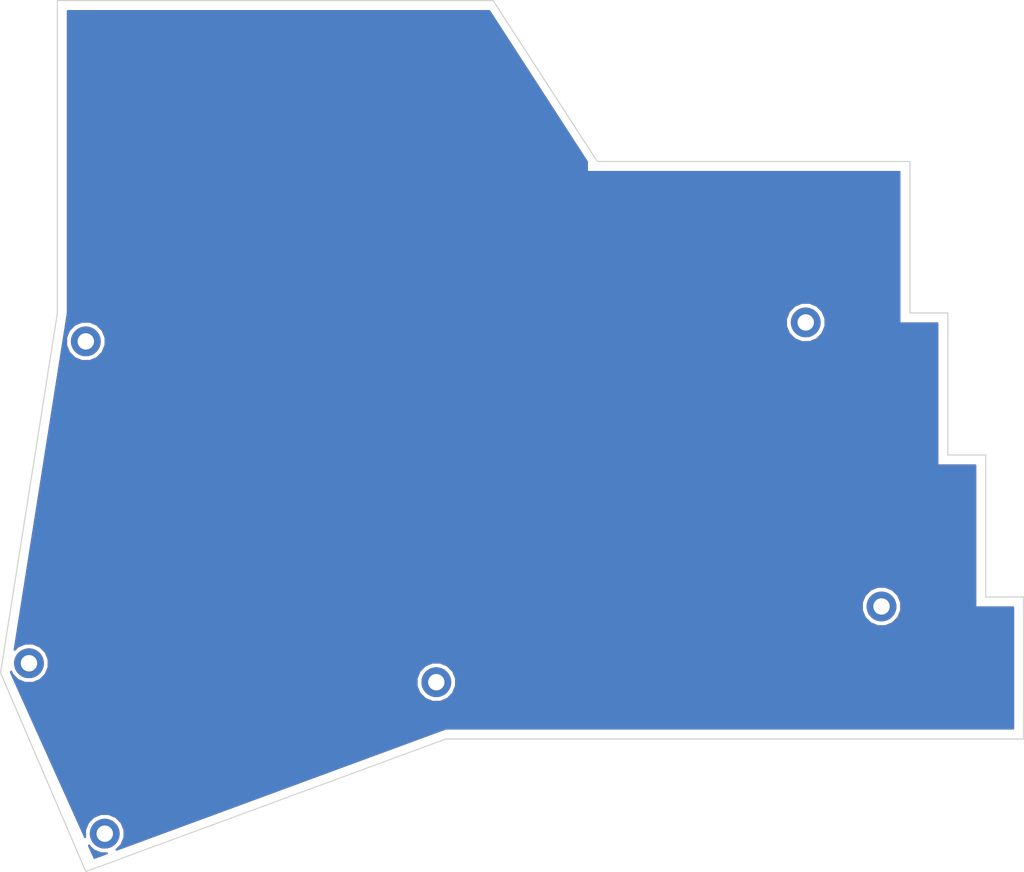
<source format=kicad_pcb>
(kicad_pcb (version 20171130) (host pcbnew "(5.0.2)-1")

  (general
    (thickness 1.6)
    (drawings 19)
    (tracks 0)
    (zones 0)
    (modules 6)
    (nets 1)
  )

  (page A4)
  (layers
    (0 F.Cu signal)
    (31 B.Cu signal)
    (32 B.Adhes user)
    (33 F.Adhes user)
    (34 B.Paste user)
    (35 F.Paste user)
    (36 B.SilkS user)
    (37 F.SilkS user)
    (38 B.Mask user)
    (39 F.Mask user)
    (40 Dwgs.User user)
    (41 Cmts.User user)
    (42 Eco1.User user)
    (43 Eco2.User user)
    (44 Edge.Cuts user)
    (45 Margin user)
    (46 B.CrtYd user)
    (47 F.CrtYd user)
    (48 B.Fab user)
    (49 F.Fab user)
  )

  (setup
    (last_trace_width 0.25)
    (trace_clearance 0.2)
    (zone_clearance 0.508)
    (zone_45_only no)
    (trace_min 0.2)
    (segment_width 0.2)
    (edge_width 0.15)
    (via_size 0.6)
    (via_drill 0.4)
    (via_min_size 0.4)
    (via_min_drill 0.3)
    (uvia_size 0.3)
    (uvia_drill 0.1)
    (uvias_allowed no)
    (uvia_min_size 0.2)
    (uvia_min_drill 0.1)
    (pcb_text_width 0.3)
    (pcb_text_size 1.5 1.5)
    (mod_edge_width 0.15)
    (mod_text_size 1 1)
    (mod_text_width 0.15)
    (pad_size 1.7526 1.7526)
    (pad_drill 1.0922)
    (pad_to_mask_clearance 0.051)
    (solder_mask_min_width 0.25)
    (aux_axis_origin 0 0)
    (visible_elements 7FFFFFFF)
    (pcbplotparams
      (layerselection 0x010fc_ffffffff)
      (usegerberextensions false)
      (usegerberattributes false)
      (usegerberadvancedattributes false)
      (creategerberjobfile false)
      (excludeedgelayer true)
      (linewidth 0.100000)
      (plotframeref false)
      (viasonmask false)
      (mode 1)
      (useauxorigin false)
      (hpglpennumber 1)
      (hpglpenspeed 20)
      (hpglpendiameter 15.000000)
      (psnegative false)
      (psa4output false)
      (plotreference true)
      (plotvalue true)
      (plotinvisibletext false)
      (padsonsilk false)
      (subtractmaskfromsilk false)
      (outputformat 1)
      (mirror false)
      (drillshape 1)
      (scaleselection 1)
      (outputdirectory ""))
  )

  (net 0 "")

  (net_class Default "これはデフォルトのネット クラスです。"
    (clearance 0.2)
    (trace_width 0.25)
    (via_dia 0.6)
    (via_drill 0.4)
    (uvia_dia 0.3)
    (uvia_drill 0.1)
  )

  (module keyboard_parts:LEGO_HOLE-pr (layer F.Cu) (tedit 5B7FEEB5) (tstamp 5C420C62)
    (at 196.85 86.36)
    (descr "Mounting Hole 2.2mm, no annular, M2")
    (tags "mounting hole 2.2mm no annular m2")
    (attr virtual)
    (fp_text reference "" (at 0 -3.2) (layer F.SilkS)
      (effects (font (size 1 1) (thickness 0.15)))
    )
    (fp_text value "" (at 0 3.2) (layer F.Fab)
      (effects (font (size 1 1) (thickness 0.15)))
    )
    (fp_circle (center 0 0) (end 2.45 0) (layer F.CrtYd) (width 0.05))
    (fp_circle (center 0 0) (end 2.2 0) (layer Cmts.User) (width 0.15))
    (fp_text user %R (at 0.3 0) (layer F.Fab)
      (effects (font (size 1 1) (thickness 0.15)))
    )
    (pad "" thru_hole circle (at 0 0) (size 4 4) (drill 2.2) (layers *.Cu *.Mask))
  )

  (module keyboard_parts:LEGO_HOLE-pr (layer F.Cu) (tedit 5B7FEEB5) (tstamp 5C420C71)
    (at 100.33 88.9)
    (descr "Mounting Hole 2.2mm, no annular, M2")
    (tags "mounting hole 2.2mm no annular m2")
    (attr virtual)
    (fp_text reference "" (at 0 -3.2) (layer F.SilkS)
      (effects (font (size 1 1) (thickness 0.15)))
    )
    (fp_text value "" (at 0 3.2) (layer F.Fab)
      (effects (font (size 1 1) (thickness 0.15)))
    )
    (fp_circle (center 0 0) (end 2.45 0) (layer F.CrtYd) (width 0.05))
    (fp_circle (center 0 0) (end 2.2 0) (layer Cmts.User) (width 0.15))
    (fp_text user %R (at 0.3 0) (layer F.Fab)
      (effects (font (size 1 1) (thickness 0.15)))
    )
    (pad "" thru_hole circle (at 0 0) (size 4 4) (drill 2.2) (layers *.Cu *.Mask))
  )

  (module keyboard_parts:LEGO_HOLE-pr (layer F.Cu) (tedit 5B7FEEB5) (tstamp 5C420C80)
    (at 92.71 132.08)
    (descr "Mounting Hole 2.2mm, no annular, M2")
    (tags "mounting hole 2.2mm no annular m2")
    (attr virtual)
    (fp_text reference "" (at 0 -3.2) (layer F.SilkS)
      (effects (font (size 1 1) (thickness 0.15)))
    )
    (fp_text value "" (at 0 3.2) (layer F.Fab)
      (effects (font (size 1 1) (thickness 0.15)))
    )
    (fp_circle (center 0 0) (end 2.45 0) (layer F.CrtYd) (width 0.05))
    (fp_circle (center 0 0) (end 2.2 0) (layer Cmts.User) (width 0.15))
    (fp_text user %R (at 0.3 0) (layer F.Fab)
      (effects (font (size 1 1) (thickness 0.15)))
    )
    (pad "" thru_hole circle (at 0 0) (size 4 4) (drill 2.2) (layers *.Cu *.Mask))
  )

  (module keyboard_parts:LEGO_HOLE-pr (layer F.Cu) (tedit 5B7FEEB5) (tstamp 5C420C8F)
    (at 102.87 154.94)
    (descr "Mounting Hole 2.2mm, no annular, M2")
    (tags "mounting hole 2.2mm no annular m2")
    (attr virtual)
    (fp_text reference "" (at 0 -3.2) (layer F.SilkS)
      (effects (font (size 1 1) (thickness 0.15)))
    )
    (fp_text value "" (at 0 3.2) (layer F.Fab)
      (effects (font (size 1 1) (thickness 0.15)))
    )
    (fp_circle (center 0 0) (end 2.45 0) (layer F.CrtYd) (width 0.05))
    (fp_circle (center 0 0) (end 2.2 0) (layer Cmts.User) (width 0.15))
    (fp_text user %R (at 0.3 0) (layer F.Fab)
      (effects (font (size 1 1) (thickness 0.15)))
    )
    (pad "" thru_hole circle (at 0 0) (size 4 4) (drill 2.2) (layers *.Cu *.Mask))
  )

  (module keyboard_parts:LEGO_HOLE-pr (layer F.Cu) (tedit 5B7FEEB5) (tstamp 5C420C9E)
    (at 147.32 134.62)
    (descr "Mounting Hole 2.2mm, no annular, M2")
    (tags "mounting hole 2.2mm no annular m2")
    (attr virtual)
    (fp_text reference "" (at 0 -3.2) (layer F.SilkS)
      (effects (font (size 1 1) (thickness 0.15)))
    )
    (fp_text value "" (at 0 3.2) (layer F.Fab)
      (effects (font (size 1 1) (thickness 0.15)))
    )
    (fp_circle (center 0 0) (end 2.45 0) (layer F.CrtYd) (width 0.05))
    (fp_circle (center 0 0) (end 2.2 0) (layer Cmts.User) (width 0.15))
    (fp_text user %R (at 0.3 0) (layer F.Fab)
      (effects (font (size 1 1) (thickness 0.15)))
    )
    (pad "" thru_hole circle (at 0 0) (size 4 4) (drill 2.2) (layers *.Cu *.Mask))
  )

  (module keyboard_parts:LEGO_HOLE-pr (layer F.Cu) (tedit 5B7FEEB5) (tstamp 5C420CAD)
    (at 207.01 124.46)
    (descr "Mounting Hole 2.2mm, no annular, M2")
    (tags "mounting hole 2.2mm no annular m2")
    (attr virtual)
    (fp_text reference "" (at 0 -3.2) (layer F.SilkS)
      (effects (font (size 1 1) (thickness 0.15)))
    )
    (fp_text value "" (at 0 3.2) (layer F.Fab)
      (effects (font (size 1 1) (thickness 0.15)))
    )
    (fp_circle (center 0 0) (end 2.45 0) (layer F.CrtYd) (width 0.05))
    (fp_circle (center 0 0) (end 2.2 0) (layer Cmts.User) (width 0.15))
    (fp_text user %R (at 0.3 0) (layer F.Fab)
      (effects (font (size 1 1) (thickness 0.15)))
    )
    (pad "" thru_hole circle (at 0 0) (size 4 4) (drill 2.2) (layers *.Cu *.Mask))
  )

  (gr_line (start 154.94 43.18) (end 168.91 64.77) (layer Edge.Cuts) (width 0.15))
  (gr_line (start 96.52 43.18) (end 154.94 43.18) (layer Edge.Cuts) (width 0.15))
  (gr_line (start 96.52 44.45) (end 96.52 43.18) (layer Edge.Cuts) (width 0.15))
  (gr_line (start 210.82 64.77) (end 168.91 64.77) (layer Edge.Cuts) (width 0.15))
  (gr_line (start 210.82 66.04) (end 210.82 64.77) (layer Edge.Cuts) (width 0.15))
  (gr_line (start 148.59 142.24) (end 100.33 160.02) (layer Edge.Cuts) (width 0.15))
  (gr_line (start 226.06 142.24) (end 148.59 142.24) (layer Edge.Cuts) (width 0.15))
  (gr_line (start 226.06 140.97) (end 226.06 142.24) (layer Edge.Cuts) (width 0.15))
  (gr_line (start 100.33 160.02) (end 88.9 133.35) (layer Edge.Cuts) (width 0.15))
  (gr_line (start 226.06 123.19) (end 226.06 140.97) (layer Edge.Cuts) (width 0.15))
  (gr_line (start 220.98 123.19) (end 226.06 123.19) (layer Edge.Cuts) (width 0.15))
  (gr_line (start 220.98 104.14) (end 220.98 123.19) (layer Edge.Cuts) (width 0.15))
  (gr_line (start 215.9 104.14) (end 220.98 104.14) (layer Edge.Cuts) (width 0.15))
  (gr_line (start 215.9 102.87) (end 215.9 104.14) (layer Edge.Cuts) (width 0.15))
  (gr_line (start 215.9 85.09) (end 215.9 102.87) (layer Edge.Cuts) (width 0.15))
  (gr_line (start 210.82 85.09) (end 215.9 85.09) (layer Edge.Cuts) (width 0.15))
  (gr_line (start 210.82 66.04) (end 210.82 85.09) (layer Edge.Cuts) (width 0.15))
  (gr_line (start 96.52 85.09) (end 96.52 44.45) (layer Edge.Cuts) (width 0.15))
  (gr_line (start 88.9 133.35) (end 96.52 85.09) (layer Edge.Cuts) (width 0.15))

  (zone (net 0) (net_name "") (layers F&B.Cu) (tstamp 0) (hatch full 0.508)
    (connect_pads (clearance 0.508))
    (min_thickness 0.254)
    (keepout (tracks not_allowed) (vias not_allowed) (copperpour not_allowed))
    (fill (arc_segments 16) (thermal_gap 0.508) (thermal_bridge_width 0.508))
    (polygon
      (pts
        (xy 226.06 142.24) (xy 226.06 140.97) (xy 148.59 140.97) (xy 148.59 142.24) (xy 149.86 142.24)
      )
    )
  )
  (zone (net 0) (net_name "") (layers F&B.Cu) (tstamp 0) (hatch edge 0.508)
    (connect_pads (clearance 0.508))
    (min_thickness 0.254)
    (keepout (tracks not_allowed) (vias not_allowed) (copperpour not_allowed))
    (fill (arc_segments 16) (thermal_gap 0.508) (thermal_bridge_width 0.508))
    (polygon
      (pts
        (xy 224.79 140.97) (xy 226.06 140.97) (xy 226.06 123.19) (xy 224.79 123.19)
      )
    )
  )
  (zone (net 0) (net_name "") (layers F&B.Cu) (tstamp 0) (hatch edge 0.508)
    (connect_pads (clearance 0.508))
    (min_thickness 0.254)
    (keepout (tracks not_allowed) (vias not_allowed) (copperpour not_allowed))
    (fill (arc_segments 16) (thermal_gap 0.508) (thermal_bridge_width 0.508))
    (polygon
      (pts
        (xy 226.06 123.19) (xy 226.06 124.46) (xy 219.71 124.46) (xy 219.71 123.19)
      )
    )
  )
  (zone (net 0) (net_name "") (layers F&B.Cu) (tstamp 0) (hatch edge 0.508)
    (connect_pads (clearance 0.508))
    (min_thickness 0.254)
    (keepout (tracks not_allowed) (vias not_allowed) (copperpour not_allowed))
    (fill (arc_segments 16) (thermal_gap 0.508) (thermal_bridge_width 0.508))
    (polygon
      (pts
        (xy 219.71 123.19) (xy 219.71 104.14) (xy 220.98 104.14) (xy 220.98 123.19)
      )
    )
  )
  (zone (net 0) (net_name "") (layers F&B.Cu) (tstamp 0) (hatch edge 0.508)
    (connect_pads (clearance 0.508))
    (min_thickness 0.254)
    (keepout (tracks not_allowed) (vias not_allowed) (copperpour not_allowed))
    (fill (arc_segments 16) (thermal_gap 0.508) (thermal_bridge_width 0.508))
    (polygon
      (pts
        (xy 220.98 104.14) (xy 220.98 105.41) (xy 214.63 105.41) (xy 214.63 104.14)
      )
    )
  )
  (zone (net 0) (net_name "") (layers F&B.Cu) (tstamp 0) (hatch edge 0.508)
    (connect_pads (clearance 0.508))
    (min_thickness 0.254)
    (keepout (tracks not_allowed) (vias not_allowed) (copperpour not_allowed))
    (fill (arc_segments 16) (thermal_gap 0.508) (thermal_bridge_width 0.508))
    (polygon
      (pts
        (xy 214.63 104.14) (xy 215.9 104.14) (xy 215.9 85.09) (xy 214.63 85.09)
      )
    )
  )
  (zone (net 0) (net_name "") (layers F&B.Cu) (tstamp 0) (hatch edge 0.508)
    (connect_pads (clearance 0.508))
    (min_thickness 0.254)
    (keepout (tracks not_allowed) (vias not_allowed) (copperpour not_allowed))
    (fill (arc_segments 16) (thermal_gap 0.508) (thermal_bridge_width 0.508))
    (polygon
      (pts
        (xy 215.9 86.36) (xy 209.55 86.36) (xy 209.55 85.09) (xy 215.9 85.09)
      )
    )
  )
  (zone (net 0) (net_name "") (layers F&B.Cu) (tstamp 0) (hatch edge 0.508)
    (connect_pads (clearance 0.508))
    (min_thickness 0.254)
    (keepout (tracks not_allowed) (vias not_allowed) (copperpour not_allowed))
    (fill (arc_segments 16) (thermal_gap 0.508) (thermal_bridge_width 0.508))
    (polygon
      (pts
        (xy 209.55 85.09) (xy 210.82 85.09) (xy 210.82 66.04) (xy 209.55 66.04)
      )
    )
  )
  (zone (net 0) (net_name "") (layers F&B.Cu) (tstamp 0) (hatch edge 0.508)
    (connect_pads (clearance 0.508))
    (min_thickness 0.254)
    (keepout (tracks not_allowed) (vias not_allowed) (copperpour not_allowed))
    (fill (arc_segments 16) (thermal_gap 0.508) (thermal_bridge_width 0.508))
    (polygon
      (pts
        (xy 210.82 64.77) (xy 210.82 66.04) (xy 167.64 66.04) (xy 167.64 64.77)
      )
    )
  )
  (zone (net 0) (net_name "") (layers F&B.Cu) (tstamp 0) (hatch edge 0.508)
    (connect_pads (clearance 0.508))
    (min_thickness 0.254)
    (keepout (tracks not_allowed) (vias not_allowed) (copperpour not_allowed))
    (fill (arc_segments 16) (thermal_gap 0.508) (thermal_bridge_width 0.508))
    (polygon
      (pts
        (xy 168.91 64.77) (xy 167.64 64.77) (xy 153.67 43.18) (xy 154.94 43.18)
      )
    )
  )
  (zone (net 0) (net_name "") (layers F&B.Cu) (tstamp 0) (hatch edge 0.508)
    (connect_pads (clearance 0.508))
    (min_thickness 0.254)
    (keepout (tracks not_allowed) (vias not_allowed) (copperpour not_allowed))
    (fill (arc_segments 16) (thermal_gap 0.508) (thermal_bridge_width 0.508))
    (polygon
      (pts
        (xy 154.94 43.18) (xy 154.94 44.45) (xy 96.52 44.45) (xy 96.52 43.18)
      )
    )
  )
  (zone (net 0) (net_name "") (layers F&B.Cu) (tstamp 0) (hatch edge 0.508)
    (connect_pads (clearance 0.508))
    (min_thickness 0.254)
    (keepout (tracks not_allowed) (vias not_allowed) (copperpour not_allowed))
    (fill (arc_segments 16) (thermal_gap 0.508) (thermal_bridge_width 0.508))
    (polygon
      (pts
        (xy 96.52 43.18) (xy 97.79 43.18) (xy 97.79 85.09) (xy 96.52 85.09)
      )
    )
  )
  (zone (net 0) (net_name "") (layers F&B.Cu) (tstamp 0) (hatch edge 0.508)
    (connect_pads (clearance 0.508))
    (min_thickness 0.254)
    (keepout (tracks not_allowed) (vias not_allowed) (copperpour not_allowed))
    (fill (arc_segments 16) (thermal_gap 0.508) (thermal_bridge_width 0.508))
    (polygon
      (pts
        (xy 96.52 85.09) (xy 97.79 85.09) (xy 90.17 133.35) (xy 88.9 133.35)
      )
    )
  )
  (zone (net 0) (net_name "") (layers F&B.Cu) (tstamp 0) (hatch edge 0.508)
    (connect_pads (clearance 0.508))
    (min_thickness 0.254)
    (keepout (tracks not_allowed) (vias not_allowed) (copperpour not_allowed))
    (fill (arc_segments 16) (thermal_gap 0.508) (thermal_bridge_width 0.508))
    (polygon
      (pts
        (xy 100.33 160.02) (xy 148.59 142.24) (xy 148.59 140.97) (xy 100.33 158.75)
      )
    )
  )
  (zone (net 0) (net_name "") (layers F&B.Cu) (tstamp 0) (hatch edge 0.508)
    (connect_pads (clearance 0.508))
    (min_thickness 0.254)
    (keepout (tracks not_allowed) (vias not_allowed) (copperpour not_allowed))
    (fill (arc_segments 16) (thermal_gap 0.508) (thermal_bridge_width 0.508))
    (polygon
      (pts
        (xy 99.06 158.75) (xy 101.6 158.75) (xy 90.17 133.35) (xy 88.9 133.35)
      )
    )
  )
  (zone (net 0) (net_name "") (layer F.Cu) (tstamp 0) (hatch full 0.508)
    (connect_pads (clearance 0.508))
    (min_thickness 0.254)
    (fill yes (arc_segments 16) (thermal_gap 0.508) (thermal_bridge_width 0.508))
    (polygon
      (pts
        (xy 226.06 142.24) (xy 226.06 123.19) (xy 220.98 123.19) (xy 220.98 104.14) (xy 215.9 104.14)
        (xy 215.9 85.09) (xy 210.82 85.09) (xy 210.82 64.77) (xy 168.91 64.77) (xy 154.94 43.18)
        (xy 96.52 43.18) (xy 96.52 85.09) (xy 88.9 133.35) (xy 100.33 160.02) (xy 148.59 142.24)
      )
    )
    (filled_polygon
      (pts
        (xy 101.377392 157.173845) (xy 101.391829 157.179825) (xy 101.395353 157.185743) (xy 101.871483 157.378504) (xy 102.345866 157.575)
        (xy 102.356838 157.575) (xy 102.367012 157.579119) (xy 102.880655 157.575) (xy 103.151919 157.575) (xy 101.486607 158.188536)
        (xy 100.745764 156.542217)
      )
    )
    (filled_polygon
      (pts
        (xy 167.513 64.807504) (xy 167.513 66.04) (xy 167.522667 66.088601) (xy 167.550197 66.129803) (xy 167.591399 66.157333)
        (xy 167.64 66.167) (xy 209.423 66.167) (xy 209.423 86.36) (xy 209.432667 86.408601) (xy 209.460197 86.449803)
        (xy 209.501399 86.477333) (xy 209.55 86.487) (xy 214.503 86.487) (xy 214.503 105.41) (xy 214.512667 105.458601)
        (xy 214.540197 105.499803) (xy 214.581399 105.527333) (xy 214.63 105.537) (xy 219.583 105.537) (xy 219.583 124.46)
        (xy 219.592667 124.508601) (xy 219.620197 124.549803) (xy 219.661399 124.577333) (xy 219.71 124.587) (xy 224.663 124.587)
        (xy 224.663 140.843) (xy 148.59 140.843) (xy 148.568129 140.84735) (xy 148.546095 140.85083) (xy 104.433681 157.102772)
        (xy 105.103845 156.432608) (xy 105.109825 156.418171) (xy 105.115743 156.414647) (xy 105.308504 155.938517) (xy 105.505 155.464134)
        (xy 105.505 155.453162) (xy 105.509119 155.442988) (xy 105.505 154.929345) (xy 105.505 154.415866) (xy 105.500801 154.405729)
        (xy 105.500713 154.394753) (xy 105.115743 153.465353) (xy 105.109825 153.461829) (xy 105.103845 153.447392) (xy 104.362608 152.706155)
        (xy 104.348171 152.700175) (xy 104.344647 152.694257) (xy 103.868517 152.501496) (xy 103.394134 152.305) (xy 103.383162 152.305)
        (xy 103.372988 152.300881) (xy 102.859345 152.305) (xy 102.345866 152.305) (xy 102.335729 152.309199) (xy 102.324753 152.309287)
        (xy 101.395353 152.694257) (xy 101.391829 152.700175) (xy 101.377392 152.706155) (xy 100.636155 153.447392) (xy 100.630175 153.461829)
        (xy 100.624257 153.465353) (xy 100.431496 153.941483) (xy 100.235 154.415866) (xy 100.235 154.426838) (xy 100.230881 154.437012)
        (xy 100.235 154.950655) (xy 100.235 155.407186) (xy 90.301351 133.33241) (xy 90.320905 133.208565) (xy 90.464257 133.554647)
        (xy 90.470175 133.558171) (xy 90.476155 133.572608) (xy 91.217392 134.313845) (xy 91.231829 134.319825) (xy 91.235353 134.325743)
        (xy 91.711483 134.518504) (xy 92.185866 134.715) (xy 92.196838 134.715) (xy 92.207012 134.719119) (xy 92.720655 134.715)
        (xy 93.234134 134.715) (xy 93.244271 134.710801) (xy 93.255247 134.710713) (xy 94.184647 134.325743) (xy 94.188171 134.319825)
        (xy 94.202608 134.313845) (xy 94.399441 134.117012) (xy 144.680881 134.117012) (xy 144.685 134.630655) (xy 144.685 135.144134)
        (xy 144.689199 135.154271) (xy 144.689287 135.165247) (xy 145.074257 136.094647) (xy 145.080175 136.098171) (xy 145.086155 136.112608)
        (xy 145.827392 136.853845) (xy 145.841829 136.859825) (xy 145.845353 136.865743) (xy 146.321483 137.058504) (xy 146.795866 137.255)
        (xy 146.806838 137.255) (xy 146.817012 137.259119) (xy 147.330655 137.255) (xy 147.844134 137.255) (xy 147.854271 137.250801)
        (xy 147.865247 137.250713) (xy 148.794647 136.865743) (xy 148.798171 136.859825) (xy 148.812608 136.853845) (xy 149.553845 136.112608)
        (xy 149.559825 136.098171) (xy 149.565743 136.094647) (xy 149.758504 135.618517) (xy 149.955 135.144134) (xy 149.955 135.133162)
        (xy 149.959119 135.122988) (xy 149.955 134.609345) (xy 149.955 134.095866) (xy 149.950801 134.085729) (xy 149.950713 134.074753)
        (xy 149.565743 133.145353) (xy 149.559825 133.141829) (xy 149.553845 133.127392) (xy 148.812608 132.386155) (xy 148.798171 132.380175)
        (xy 148.794647 132.374257) (xy 148.318517 132.181496) (xy 147.844134 131.985) (xy 147.833162 131.985) (xy 147.822988 131.980881)
        (xy 147.309345 131.985) (xy 146.795866 131.985) (xy 146.785729 131.989199) (xy 146.774753 131.989287) (xy 145.845353 132.374257)
        (xy 145.841829 132.380175) (xy 145.827392 132.386155) (xy 145.086155 133.127392) (xy 145.080175 133.141829) (xy 145.074257 133.145353)
        (xy 144.881496 133.621483) (xy 144.685 134.095866) (xy 144.685 134.106838) (xy 144.680881 134.117012) (xy 94.399441 134.117012)
        (xy 94.943845 133.572608) (xy 94.949825 133.558171) (xy 94.955743 133.554647) (xy 95.148504 133.078517) (xy 95.345 132.604134)
        (xy 95.345 132.593162) (xy 95.349119 132.582988) (xy 95.345 132.069345) (xy 95.345 131.555866) (xy 95.340801 131.545729)
        (xy 95.340713 131.534753) (xy 94.955743 130.605353) (xy 94.949825 130.601829) (xy 94.943845 130.587392) (xy 94.202608 129.846155)
        (xy 94.188171 129.840175) (xy 94.184647 129.834257) (xy 93.708517 129.641496) (xy 93.234134 129.445) (xy 93.223162 129.445)
        (xy 93.212988 129.440881) (xy 92.699345 129.445) (xy 92.185866 129.445) (xy 92.175729 129.449199) (xy 92.164753 129.449287)
        (xy 91.235353 129.834257) (xy 91.231829 129.840175) (xy 91.217392 129.846155) (xy 90.783266 130.280281) (xy 91.781676 123.957012)
        (xy 204.370881 123.957012) (xy 204.375 124.470655) (xy 204.375 124.984134) (xy 204.379199 124.994271) (xy 204.379287 125.005247)
        (xy 204.764257 125.934647) (xy 204.770175 125.938171) (xy 204.776155 125.952608) (xy 205.517392 126.693845) (xy 205.531829 126.699825)
        (xy 205.535353 126.705743) (xy 206.011483 126.898504) (xy 206.485866 127.095) (xy 206.496838 127.095) (xy 206.507012 127.099119)
        (xy 207.020655 127.095) (xy 207.534134 127.095) (xy 207.544271 127.090801) (xy 207.555247 127.090713) (xy 208.484647 126.705743)
        (xy 208.488171 126.699825) (xy 208.502608 126.693845) (xy 209.243845 125.952608) (xy 209.249825 125.938171) (xy 209.255743 125.934647)
        (xy 209.448504 125.458517) (xy 209.645 124.984134) (xy 209.645 124.973162) (xy 209.649119 124.962988) (xy 209.645 124.449345)
        (xy 209.645 123.935866) (xy 209.640801 123.925729) (xy 209.640713 123.914753) (xy 209.255743 122.985353) (xy 209.249825 122.981829)
        (xy 209.243845 122.967392) (xy 208.502608 122.226155) (xy 208.488171 122.220175) (xy 208.484647 122.214257) (xy 208.008517 122.021496)
        (xy 207.534134 121.825) (xy 207.523162 121.825) (xy 207.512988 121.820881) (xy 206.999345 121.825) (xy 206.485866 121.825)
        (xy 206.475729 121.829199) (xy 206.464753 121.829287) (xy 205.535353 122.214257) (xy 205.531829 122.220175) (xy 205.517392 122.226155)
        (xy 204.776155 122.967392) (xy 204.770175 122.981829) (xy 204.764257 122.985353) (xy 204.571496 123.461483) (xy 204.375 123.935866)
        (xy 204.375 123.946838) (xy 204.370881 123.957012) (xy 91.781676 123.957012) (xy 97.396413 88.397012) (xy 97.690881 88.397012)
        (xy 97.695 88.910655) (xy 97.695 89.424134) (xy 97.699199 89.434271) (xy 97.699287 89.445247) (xy 98.084257 90.374647)
        (xy 98.090175 90.378171) (xy 98.096155 90.392608) (xy 98.837392 91.133845) (xy 98.851829 91.139825) (xy 98.855353 91.145743)
        (xy 99.331483 91.338504) (xy 99.805866 91.535) (xy 99.816838 91.535) (xy 99.827012 91.539119) (xy 100.340655 91.535)
        (xy 100.854134 91.535) (xy 100.864271 91.530801) (xy 100.875247 91.530713) (xy 101.804647 91.145743) (xy 101.808171 91.139825)
        (xy 101.822608 91.133845) (xy 102.563845 90.392608) (xy 102.569825 90.378171) (xy 102.575743 90.374647) (xy 102.768504 89.898517)
        (xy 102.965 89.424134) (xy 102.965 89.413162) (xy 102.969119 89.402988) (xy 102.965 88.889345) (xy 102.965 88.375866)
        (xy 102.960801 88.365729) (xy 102.960713 88.354753) (xy 102.575743 87.425353) (xy 102.569825 87.421829) (xy 102.563845 87.407392)
        (xy 101.822608 86.666155) (xy 101.808171 86.660175) (xy 101.804647 86.654257) (xy 101.328517 86.461496) (xy 100.854134 86.265)
        (xy 100.843162 86.265) (xy 100.832988 86.260881) (xy 100.319345 86.265) (xy 99.805866 86.265) (xy 99.795729 86.269199)
        (xy 99.784753 86.269287) (xy 98.855353 86.654257) (xy 98.851829 86.660175) (xy 98.837392 86.666155) (xy 98.096155 87.407392)
        (xy 98.090175 87.421829) (xy 98.084257 87.425353) (xy 97.891496 87.901483) (xy 97.695 88.375866) (xy 97.695 88.386838)
        (xy 97.690881 88.397012) (xy 97.396413 88.397012) (xy 97.797466 85.857012) (xy 194.210881 85.857012) (xy 194.215 86.370655)
        (xy 194.215 86.884134) (xy 194.219199 86.894271) (xy 194.219287 86.905247) (xy 194.604257 87.834647) (xy 194.610175 87.838171)
        (xy 194.616155 87.852608) (xy 195.357392 88.593845) (xy 195.371829 88.599825) (xy 195.375353 88.605743) (xy 195.851483 88.798504)
        (xy 196.325866 88.995) (xy 196.336838 88.995) (xy 196.347012 88.999119) (xy 196.860655 88.995) (xy 197.374134 88.995)
        (xy 197.384271 88.990801) (xy 197.395247 88.990713) (xy 198.324647 88.605743) (xy 198.328171 88.599825) (xy 198.342608 88.593845)
        (xy 199.083845 87.852608) (xy 199.089825 87.838171) (xy 199.095743 87.834647) (xy 199.288504 87.358517) (xy 199.485 86.884134)
        (xy 199.485 86.873162) (xy 199.489119 86.862988) (xy 199.485 86.349345) (xy 199.485 85.835866) (xy 199.480801 85.825729)
        (xy 199.480713 85.814753) (xy 199.095743 84.885353) (xy 199.089825 84.881829) (xy 199.083845 84.867392) (xy 198.342608 84.126155)
        (xy 198.328171 84.120175) (xy 198.324647 84.114257) (xy 197.848517 83.921496) (xy 197.374134 83.725) (xy 197.363162 83.725)
        (xy 197.352988 83.720881) (xy 196.839345 83.725) (xy 196.325866 83.725) (xy 196.315729 83.729199) (xy 196.304753 83.729287)
        (xy 195.375353 84.114257) (xy 195.371829 84.120175) (xy 195.357392 84.126155) (xy 194.616155 84.867392) (xy 194.610175 84.881829)
        (xy 194.604257 84.885353) (xy 194.411496 85.361483) (xy 194.215 85.835866) (xy 194.215 85.846838) (xy 194.210881 85.857012)
        (xy 97.797466 85.857012) (xy 97.915446 85.109807) (xy 97.914555 85.102293) (xy 97.917 85.09) (xy 97.917 44.577)
        (xy 154.422674 44.577)
      )
    )
  )
  (zone (net 0) (net_name "") (layer B.Cu) (tstamp 0) (hatch edge 0.508)
    (connect_pads (clearance 0.508))
    (min_thickness 0.254)
    (fill yes (arc_segments 16) (thermal_gap 0.508) (thermal_bridge_width 0.508))
    (polygon
      (pts
        (xy 226.06 142.24) (xy 226.06 123.19) (xy 220.98 123.19) (xy 220.98 104.14) (xy 215.9 104.14)
        (xy 215.9 85.09) (xy 210.82 85.09) (xy 210.82 64.77) (xy 168.91 64.77) (xy 154.94 43.18)
        (xy 96.52 43.18) (xy 96.52 85.09) (xy 88.9 133.35) (xy 100.33 160.02) (xy 148.59 142.24)
      )
    )
    (filled_polygon
      (pts
        (xy 101.377392 157.173845) (xy 101.391829 157.179825) (xy 101.395353 157.185743) (xy 101.871483 157.378504) (xy 102.345866 157.575)
        (xy 102.356838 157.575) (xy 102.367012 157.579119) (xy 102.880655 157.575) (xy 103.151919 157.575) (xy 101.486607 158.188536)
        (xy 100.745764 156.542217)
      )
    )
    (filled_polygon
      (pts
        (xy 167.513 64.807504) (xy 167.513 66.04) (xy 167.522667 66.088601) (xy 167.550197 66.129803) (xy 167.591399 66.157333)
        (xy 167.64 66.167) (xy 209.423 66.167) (xy 209.423 86.36) (xy 209.432667 86.408601) (xy 209.460197 86.449803)
        (xy 209.501399 86.477333) (xy 209.55 86.487) (xy 214.503 86.487) (xy 214.503 105.41) (xy 214.512667 105.458601)
        (xy 214.540197 105.499803) (xy 214.581399 105.527333) (xy 214.63 105.537) (xy 219.583 105.537) (xy 219.583 124.46)
        (xy 219.592667 124.508601) (xy 219.620197 124.549803) (xy 219.661399 124.577333) (xy 219.71 124.587) (xy 224.663 124.587)
        (xy 224.663 140.843) (xy 148.59 140.843) (xy 148.568129 140.84735) (xy 148.546095 140.85083) (xy 104.433681 157.102772)
        (xy 105.103845 156.432608) (xy 105.109825 156.418171) (xy 105.115743 156.414647) (xy 105.308504 155.938517) (xy 105.505 155.464134)
        (xy 105.505 155.453162) (xy 105.509119 155.442988) (xy 105.505 154.929345) (xy 105.505 154.415866) (xy 105.500801 154.405729)
        (xy 105.500713 154.394753) (xy 105.115743 153.465353) (xy 105.109825 153.461829) (xy 105.103845 153.447392) (xy 104.362608 152.706155)
        (xy 104.348171 152.700175) (xy 104.344647 152.694257) (xy 103.868517 152.501496) (xy 103.394134 152.305) (xy 103.383162 152.305)
        (xy 103.372988 152.300881) (xy 102.859345 152.305) (xy 102.345866 152.305) (xy 102.335729 152.309199) (xy 102.324753 152.309287)
        (xy 101.395353 152.694257) (xy 101.391829 152.700175) (xy 101.377392 152.706155) (xy 100.636155 153.447392) (xy 100.630175 153.461829)
        (xy 100.624257 153.465353) (xy 100.431496 153.941483) (xy 100.235 154.415866) (xy 100.235 154.426838) (xy 100.230881 154.437012)
        (xy 100.235 154.950655) (xy 100.235 155.407186) (xy 90.301351 133.33241) (xy 90.320905 133.208565) (xy 90.464257 133.554647)
        (xy 90.470175 133.558171) (xy 90.476155 133.572608) (xy 91.217392 134.313845) (xy 91.231829 134.319825) (xy 91.235353 134.325743)
        (xy 91.711483 134.518504) (xy 92.185866 134.715) (xy 92.196838 134.715) (xy 92.207012 134.719119) (xy 92.720655 134.715)
        (xy 93.234134 134.715) (xy 93.244271 134.710801) (xy 93.255247 134.710713) (xy 94.184647 134.325743) (xy 94.188171 134.319825)
        (xy 94.202608 134.313845) (xy 94.399441 134.117012) (xy 144.680881 134.117012) (xy 144.685 134.630655) (xy 144.685 135.144134)
        (xy 144.689199 135.154271) (xy 144.689287 135.165247) (xy 145.074257 136.094647) (xy 145.080175 136.098171) (xy 145.086155 136.112608)
        (xy 145.827392 136.853845) (xy 145.841829 136.859825) (xy 145.845353 136.865743) (xy 146.321483 137.058504) (xy 146.795866 137.255)
        (xy 146.806838 137.255) (xy 146.817012 137.259119) (xy 147.330655 137.255) (xy 147.844134 137.255) (xy 147.854271 137.250801)
        (xy 147.865247 137.250713) (xy 148.794647 136.865743) (xy 148.798171 136.859825) (xy 148.812608 136.853845) (xy 149.553845 136.112608)
        (xy 149.559825 136.098171) (xy 149.565743 136.094647) (xy 149.758504 135.618517) (xy 149.955 135.144134) (xy 149.955 135.133162)
        (xy 149.959119 135.122988) (xy 149.955 134.609345) (xy 149.955 134.095866) (xy 149.950801 134.085729) (xy 149.950713 134.074753)
        (xy 149.565743 133.145353) (xy 149.559825 133.141829) (xy 149.553845 133.127392) (xy 148.812608 132.386155) (xy 148.798171 132.380175)
        (xy 148.794647 132.374257) (xy 148.318517 132.181496) (xy 147.844134 131.985) (xy 147.833162 131.985) (xy 147.822988 131.980881)
        (xy 147.309345 131.985) (xy 146.795866 131.985) (xy 146.785729 131.989199) (xy 146.774753 131.989287) (xy 145.845353 132.374257)
        (xy 145.841829 132.380175) (xy 145.827392 132.386155) (xy 145.086155 133.127392) (xy 145.080175 133.141829) (xy 145.074257 133.145353)
        (xy 144.881496 133.621483) (xy 144.685 134.095866) (xy 144.685 134.106838) (xy 144.680881 134.117012) (xy 94.399441 134.117012)
        (xy 94.943845 133.572608) (xy 94.949825 133.558171) (xy 94.955743 133.554647) (xy 95.148504 133.078517) (xy 95.345 132.604134)
        (xy 95.345 132.593162) (xy 95.349119 132.582988) (xy 95.345 132.069345) (xy 95.345 131.555866) (xy 95.340801 131.545729)
        (xy 95.340713 131.534753) (xy 94.955743 130.605353) (xy 94.949825 130.601829) (xy 94.943845 130.587392) (xy 94.202608 129.846155)
        (xy 94.188171 129.840175) (xy 94.184647 129.834257) (xy 93.708517 129.641496) (xy 93.234134 129.445) (xy 93.223162 129.445)
        (xy 93.212988 129.440881) (xy 92.699345 129.445) (xy 92.185866 129.445) (xy 92.175729 129.449199) (xy 92.164753 129.449287)
        (xy 91.235353 129.834257) (xy 91.231829 129.840175) (xy 91.217392 129.846155) (xy 90.783266 130.280281) (xy 91.781676 123.957012)
        (xy 204.370881 123.957012) (xy 204.375 124.470655) (xy 204.375 124.984134) (xy 204.379199 124.994271) (xy 204.379287 125.005247)
        (xy 204.764257 125.934647) (xy 204.770175 125.938171) (xy 204.776155 125.952608) (xy 205.517392 126.693845) (xy 205.531829 126.699825)
        (xy 205.535353 126.705743) (xy 206.011483 126.898504) (xy 206.485866 127.095) (xy 206.496838 127.095) (xy 206.507012 127.099119)
        (xy 207.020655 127.095) (xy 207.534134 127.095) (xy 207.544271 127.090801) (xy 207.555247 127.090713) (xy 208.484647 126.705743)
        (xy 208.488171 126.699825) (xy 208.502608 126.693845) (xy 209.243845 125.952608) (xy 209.249825 125.938171) (xy 209.255743 125.934647)
        (xy 209.448504 125.458517) (xy 209.645 124.984134) (xy 209.645 124.973162) (xy 209.649119 124.962988) (xy 209.645 124.449345)
        (xy 209.645 123.935866) (xy 209.640801 123.925729) (xy 209.640713 123.914753) (xy 209.255743 122.985353) (xy 209.249825 122.981829)
        (xy 209.243845 122.967392) (xy 208.502608 122.226155) (xy 208.488171 122.220175) (xy 208.484647 122.214257) (xy 208.008517 122.021496)
        (xy 207.534134 121.825) (xy 207.523162 121.825) (xy 207.512988 121.820881) (xy 206.999345 121.825) (xy 206.485866 121.825)
        (xy 206.475729 121.829199) (xy 206.464753 121.829287) (xy 205.535353 122.214257) (xy 205.531829 122.220175) (xy 205.517392 122.226155)
        (xy 204.776155 122.967392) (xy 204.770175 122.981829) (xy 204.764257 122.985353) (xy 204.571496 123.461483) (xy 204.375 123.935866)
        (xy 204.375 123.946838) (xy 204.370881 123.957012) (xy 91.781676 123.957012) (xy 97.396413 88.397012) (xy 97.690881 88.397012)
        (xy 97.695 88.910655) (xy 97.695 89.424134) (xy 97.699199 89.434271) (xy 97.699287 89.445247) (xy 98.084257 90.374647)
        (xy 98.090175 90.378171) (xy 98.096155 90.392608) (xy 98.837392 91.133845) (xy 98.851829 91.139825) (xy 98.855353 91.145743)
        (xy 99.331483 91.338504) (xy 99.805866 91.535) (xy 99.816838 91.535) (xy 99.827012 91.539119) (xy 100.340655 91.535)
        (xy 100.854134 91.535) (xy 100.864271 91.530801) (xy 100.875247 91.530713) (xy 101.804647 91.145743) (xy 101.808171 91.139825)
        (xy 101.822608 91.133845) (xy 102.563845 90.392608) (xy 102.569825 90.378171) (xy 102.575743 90.374647) (xy 102.768504 89.898517)
        (xy 102.965 89.424134) (xy 102.965 89.413162) (xy 102.969119 89.402988) (xy 102.965 88.889345) (xy 102.965 88.375866)
        (xy 102.960801 88.365729) (xy 102.960713 88.354753) (xy 102.575743 87.425353) (xy 102.569825 87.421829) (xy 102.563845 87.407392)
        (xy 101.822608 86.666155) (xy 101.808171 86.660175) (xy 101.804647 86.654257) (xy 101.328517 86.461496) (xy 100.854134 86.265)
        (xy 100.843162 86.265) (xy 100.832988 86.260881) (xy 100.319345 86.265) (xy 99.805866 86.265) (xy 99.795729 86.269199)
        (xy 99.784753 86.269287) (xy 98.855353 86.654257) (xy 98.851829 86.660175) (xy 98.837392 86.666155) (xy 98.096155 87.407392)
        (xy 98.090175 87.421829) (xy 98.084257 87.425353) (xy 97.891496 87.901483) (xy 97.695 88.375866) (xy 97.695 88.386838)
        (xy 97.690881 88.397012) (xy 97.396413 88.397012) (xy 97.797466 85.857012) (xy 194.210881 85.857012) (xy 194.215 86.370655)
        (xy 194.215 86.884134) (xy 194.219199 86.894271) (xy 194.219287 86.905247) (xy 194.604257 87.834647) (xy 194.610175 87.838171)
        (xy 194.616155 87.852608) (xy 195.357392 88.593845) (xy 195.371829 88.599825) (xy 195.375353 88.605743) (xy 195.851483 88.798504)
        (xy 196.325866 88.995) (xy 196.336838 88.995) (xy 196.347012 88.999119) (xy 196.860655 88.995) (xy 197.374134 88.995)
        (xy 197.384271 88.990801) (xy 197.395247 88.990713) (xy 198.324647 88.605743) (xy 198.328171 88.599825) (xy 198.342608 88.593845)
        (xy 199.083845 87.852608) (xy 199.089825 87.838171) (xy 199.095743 87.834647) (xy 199.288504 87.358517) (xy 199.485 86.884134)
        (xy 199.485 86.873162) (xy 199.489119 86.862988) (xy 199.485 86.349345) (xy 199.485 85.835866) (xy 199.480801 85.825729)
        (xy 199.480713 85.814753) (xy 199.095743 84.885353) (xy 199.089825 84.881829) (xy 199.083845 84.867392) (xy 198.342608 84.126155)
        (xy 198.328171 84.120175) (xy 198.324647 84.114257) (xy 197.848517 83.921496) (xy 197.374134 83.725) (xy 197.363162 83.725)
        (xy 197.352988 83.720881) (xy 196.839345 83.725) (xy 196.325866 83.725) (xy 196.315729 83.729199) (xy 196.304753 83.729287)
        (xy 195.375353 84.114257) (xy 195.371829 84.120175) (xy 195.357392 84.126155) (xy 194.616155 84.867392) (xy 194.610175 84.881829)
        (xy 194.604257 84.885353) (xy 194.411496 85.361483) (xy 194.215 85.835866) (xy 194.215 85.846838) (xy 194.210881 85.857012)
        (xy 97.797466 85.857012) (xy 97.915446 85.109807) (xy 97.914555 85.102293) (xy 97.917 85.09) (xy 97.917 44.577)
        (xy 154.422674 44.577)
      )
    )
  )
)

</source>
